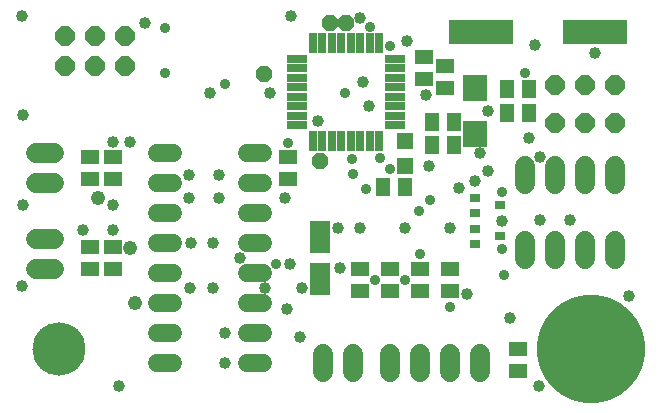
<source format=gbr>
G04 EAGLE Gerber RS-274X export*
G75*
%MOMM*%
%FSLAX34Y34*%
%LPD*%
%INSoldermask Top*%
%IPPOS*%
%AMOC8*
5,1,8,0,0,1.08239X$1,22.5*%
G01*
%ADD10R,1.600200X1.295400*%
%ADD11R,1.295400X1.600200*%
%ADD12R,5.537200X2.133600*%
%ADD13C,1.711200*%
%ADD14R,1.676400X0.711200*%
%ADD15R,0.711200X1.676400*%
%ADD16C,9.203200*%
%ADD17C,4.503200*%
%ADD18P,1.759533X8X202.500000*%
%ADD19C,1.524000*%
%ADD20R,1.403200X1.403200*%
%ADD21P,1.759533X8X112.500000*%
%ADD22R,2.003200X2.303200*%
%ADD23R,0.903200X0.803200*%
%ADD24P,1.429621X8X22.500000*%
%ADD25P,1.429621X8X112.500000*%
%ADD26R,1.803200X2.803200*%
%ADD27C,1.009600*%
%ADD28C,0.909600*%
%ADD29C,1.209600*%


D10*
X358781Y297139D03*
X358781Y278343D03*
X376244Y289598D03*
X376244Y270802D03*
D11*
X365258Y242088D03*
X384054Y242088D03*
D12*
X406962Y318300D03*
X503482Y318300D03*
D13*
X520700Y140890D02*
X520700Y125810D01*
X495300Y125810D02*
X495300Y140890D01*
X469900Y140890D02*
X469900Y125810D01*
X444500Y125810D02*
X444500Y140890D01*
D14*
X334048Y239560D03*
X334048Y247434D03*
X334048Y255562D03*
X334048Y263436D03*
X334048Y271564D03*
X334048Y279438D03*
X334048Y287566D03*
X334048Y295440D03*
D15*
X320840Y308648D03*
X312966Y308648D03*
X304838Y308648D03*
X296964Y308648D03*
X288836Y308648D03*
X280962Y308648D03*
X272834Y308648D03*
X264960Y308648D03*
D14*
X251752Y295440D03*
X251752Y287566D03*
X251752Y279438D03*
X251752Y271564D03*
X251752Y263436D03*
X251752Y255562D03*
X251752Y247434D03*
X251752Y239560D03*
D15*
X264960Y226352D03*
X272834Y226352D03*
X280962Y226352D03*
X288836Y226352D03*
X296964Y226352D03*
X304838Y226352D03*
X312966Y226352D03*
X320840Y226352D03*
D16*
X500000Y50000D03*
D17*
X50000Y50000D03*
D18*
X105569Y315125D03*
X105569Y289725D03*
X80169Y315125D03*
X80169Y289725D03*
X54769Y315125D03*
X54769Y289725D03*
D13*
X45640Y190500D02*
X30560Y190500D01*
X30560Y215900D02*
X45640Y215900D01*
X45640Y117475D02*
X30560Y117475D01*
X30560Y142875D02*
X45640Y142875D01*
X406400Y45640D02*
X406400Y30560D01*
X381000Y30560D02*
X381000Y45640D01*
X355600Y45640D02*
X355600Y30560D01*
X330200Y30560D02*
X330200Y45640D01*
D19*
X146304Y215900D02*
X133096Y215900D01*
X133096Y190500D02*
X146304Y190500D01*
X146304Y63500D02*
X133096Y63500D01*
X133096Y38100D02*
X146304Y38100D01*
X146304Y165100D02*
X133096Y165100D01*
X133096Y139700D02*
X146304Y139700D01*
X146304Y88900D02*
X133096Y88900D01*
X133096Y114300D02*
X146304Y114300D01*
X209296Y38100D02*
X222504Y38100D01*
X222504Y63500D02*
X209296Y63500D01*
X209296Y88900D02*
X222504Y88900D01*
X222504Y114300D02*
X209296Y114300D01*
X209296Y139700D02*
X222504Y139700D01*
X222504Y165100D02*
X209296Y165100D01*
X209296Y190500D02*
X222504Y190500D01*
X222504Y215900D02*
X209296Y215900D01*
D10*
X330200Y98546D03*
X330200Y117342D03*
X304800Y117348D03*
X304800Y98552D03*
X355600Y98546D03*
X355600Y117342D03*
X381000Y117348D03*
X381000Y98552D03*
D13*
X298450Y45640D02*
X298450Y30560D01*
X273050Y30560D02*
X273050Y45640D01*
X520700Y189310D02*
X520700Y204390D01*
X495300Y204390D02*
X495300Y189310D01*
X469900Y189310D02*
X469900Y204390D01*
X444500Y204390D02*
X444500Y189310D01*
D10*
X438150Y49879D03*
X438150Y31083D03*
D11*
X323977Y187325D03*
X342773Y187325D03*
D20*
X342900Y204606D03*
X342900Y225606D03*
D10*
X243681Y193802D03*
X243681Y212598D03*
D21*
X469900Y241300D03*
X495300Y241300D03*
X520700Y241300D03*
X469900Y273050D03*
X495300Y273050D03*
X520700Y273050D03*
D22*
X402431Y271119D03*
X402431Y232119D03*
D23*
X402000Y151756D03*
X402000Y138756D03*
X423500Y145256D03*
X402000Y177950D03*
X402000Y164950D03*
X423500Y171450D03*
D10*
X76200Y212598D03*
X76200Y193802D03*
X95250Y212598D03*
X95250Y193802D03*
X95250Y117602D03*
X95250Y136398D03*
X76200Y117602D03*
X76200Y136398D03*
D11*
X428752Y249238D03*
X447548Y249238D03*
X365252Y222250D03*
X384048Y222250D03*
X428752Y269875D03*
X447548Y269875D03*
D24*
X223044Y282575D03*
X270669Y208756D03*
D25*
X279400Y325438D03*
X292894Y325438D03*
D26*
X270669Y109000D03*
X270669Y145000D03*
D27*
X360363Y265113D03*
X307181Y276225D03*
X269081Y242888D03*
X228600Y266700D03*
X246063Y331788D03*
X100806Y18256D03*
X18256Y103188D03*
X18256Y331788D03*
X456406Y18256D03*
X532606Y94456D03*
X342900Y152400D03*
X304800Y152400D03*
X241300Y177800D03*
X412750Y200819D03*
X453231Y307181D03*
X504031Y300038D03*
X311944Y255588D03*
X412750Y251619D03*
D28*
X309563Y184944D03*
D27*
X362744Y204788D03*
X457200Y212725D03*
X424656Y157956D03*
X457200Y158750D03*
X482600Y158750D03*
X69850Y150813D03*
X95250Y150813D03*
X95250Y171450D03*
X109538Y225425D03*
X159544Y196850D03*
X159544Y177800D03*
X184944Y196850D03*
X184944Y177800D03*
X160338Y101600D03*
X180181Y101600D03*
X190500Y38100D03*
X177800Y266700D03*
X122238Y326231D03*
X344488Y310356D03*
D28*
X444500Y283369D03*
D27*
X304800Y330200D03*
X242888Y83344D03*
X254000Y60325D03*
X245269Y121444D03*
X190500Y63500D03*
X401638Y192088D03*
X388144Y186531D03*
X395288Y96044D03*
X431800Y76200D03*
X381000Y152400D03*
X287338Y118269D03*
X285750Y152400D03*
X224631Y101600D03*
X180181Y139700D03*
X161925Y139700D03*
X19050Y247650D03*
X19050Y171450D03*
D28*
X355600Y130175D03*
X381000Y85725D03*
X243681Y224631D03*
X190500Y273844D03*
D27*
X406400Y215900D03*
X447675Y228600D03*
D28*
X426244Y112713D03*
X363538Y176213D03*
X424656Y182563D03*
X354806Y166688D03*
X424656Y134144D03*
X139700Y321475D03*
X139700Y283369D03*
X292100Y266700D03*
X321469Y211138D03*
X317500Y107950D03*
X330200Y202406D03*
X342900Y107950D03*
D27*
X95250Y225425D03*
X255588Y101600D03*
D29*
X82550Y177800D03*
X114300Y88900D03*
D28*
X298450Y197644D03*
X233363Y121444D03*
X297656Y210344D03*
D27*
X203200Y127000D03*
D29*
X110331Y135731D03*
D28*
X330200Y306388D03*
X312738Y322263D03*
M02*

</source>
